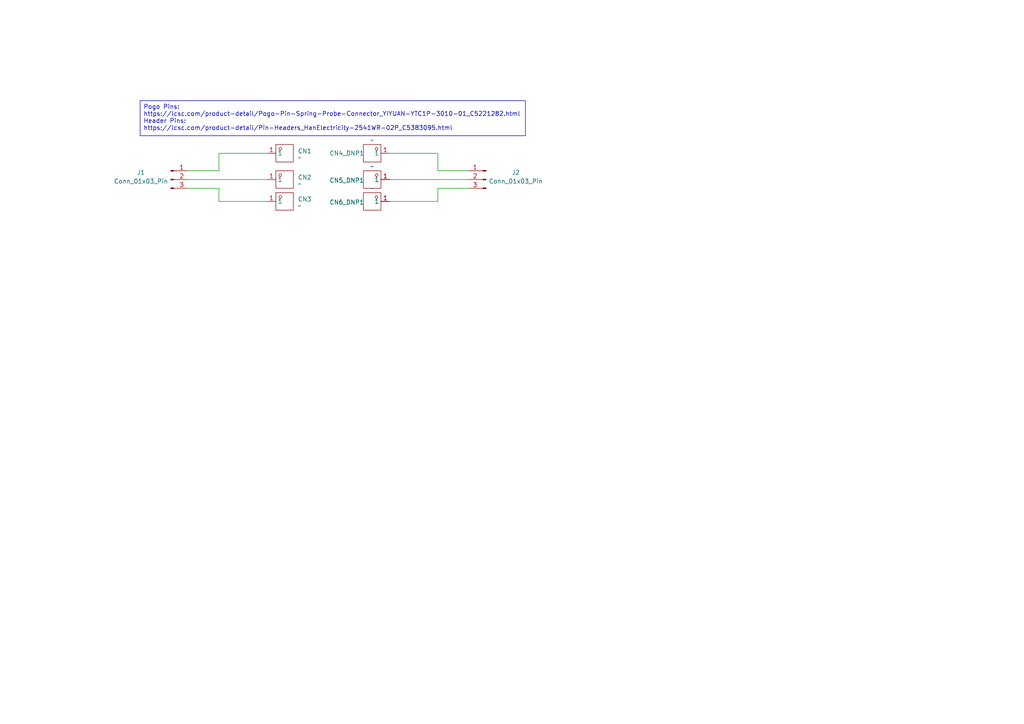
<source format=kicad_sch>
(kicad_sch (version 20231120) (generator "eeschema") (generator_version "8.0")
  (paper "A4")
  (lib_symbols
    (symbol "Connector:Conn_01x03_Pin" (pin_names (offset 1.016) hide)
      (property "Reference" "J" (at 0 5.08 0))
      (property "Value" "Conn_01x03_Pin" (at 0 -5.08 0))
      (symbol "Conn_01x03_Pin_1_1"
        (polyline (pts (xy 1.27 -2.54) (xy 0.8636 -2.54)) (stroke (width 0.1524)))
        (polyline (pts (xy 1.27 0) (xy 0.8636 0)) (stroke (width 0.1524)))
        (polyline (pts (xy 1.27 2.54) (xy 0.8636 2.54)) (stroke (width 0.1524)))
        (rectangle (start 0.8636 -2.413) (end 0 -2.667) (stroke (width 0.1524)) (fill (type outline)))
        (rectangle (start 0.8636 0.127) (end 0 -0.127) (stroke (width 0.1524)) (fill (type outline)))
        (rectangle (start 0.8636 2.667) (end 0 2.413) (stroke (width 0.1524)) (fill (type outline)))
        (pin passive line (at 5.08 2.54 180) (length 3.81) (name "Pin_1") (number "1"))
        (pin passive line (at 5.08 0 180) (length 3.81) (name "Pin_2") (number "2"))
        (pin passive line (at 5.08 -2.54 180) (length 3.81) (name "Pin_3") (number "3"))
      )
    )
    (symbol "PogoPin_YIYUAN YTC1P-3010-01:YTC1P-3010-01"
      (property "Reference" "CN" (at 0 0 0))
      (symbol "YTC1P-3010-01_1_0"
        (rectangle (start -1.27 -2.54) (end 3.81 2.54))
        (circle (center 0 1.27) (radius 0.381))
        (pin unspecified line (at -3.81 0 0) (length 2.54) (name "1") (number "1"))
      )
    )
  )
  (wire (pts (xy 135.89 49.53) (xy 127 49.53)))
  (wire (pts (xy 63.5 58.42) (xy 77.47 58.42)))
  (wire (pts (xy 63.5 44.45) (xy 77.47 44.45)))
  (wire (pts (xy 135.89 52.07) (xy 113.03 52.07)))
  (wire (pts (xy 54.61 49.53) (xy 63.5 49.53)))
  (wire (pts (xy 127 49.53) (xy 127 44.45)))
  (wire (pts (xy 54.61 52.07) (xy 77.47 52.07)))
  (wire (pts (xy 127 44.45) (xy 113.03 44.45)))
  (wire (pts (xy 63.5 49.53) (xy 63.5 44.45)))
  (wire (pts (xy 127 58.42) (xy 113.03 58.42)))
  (wire (pts (xy 54.61 54.61) (xy 63.5 54.61)))
  (wire (pts (xy 135.89 54.61) (xy 127 54.61)))
  (wire (pts (xy 127 54.61) (xy 127 58.42)))
  (wire (pts (xy 63.5 54.61) (xy 63.5 58.42)))
  (text_box "Pogo Pins:\nhttps://lcsc.com/product-detail/Pogo-Pin-Spring-Probe-Connector_YIYUAN-YTC1P-3010-01_C5221282.html\nHeader Pins:\nhttps://lcsc.com/product-detail/Pin-Headers_HanElectricity-2541WR-02P_C5383095.html\n" (at 40.64 29.21 0) (size 111.76 10.16) (effects (font (size 1.27 1.27)) (justify left top)))
  (symbol (lib_id "Connector:Conn_01x03_Pin") (at 49.53 52.07 0) (unit 1)
    (property "Reference" "J1" (at 40.894 50.038 0))
    (property "Value" "Conn_01x03_Pin" (at 40.894 52.578 0))
    (property "Footprint" "Connector_Molex:Molex_SPOX_5267-03A_1x03_P2.50mm_Vertical" (effects (hide yes)))
    (property "Description" "Generic connector, single row, 01x03, script generated" (effects (hide yes)))
  )
  (symbol (lib_id "PogoPin_YIYUAN YTC1P-3010-01:YTC1P-3010-01") (at 81.28 44.45 0) (unit 1)
    (property "Reference" "CN1" (at 86.36 43.8149 0) (effects (justify left)))
    (property "Value" "~" (at 86.36 45.72 0) (effects (justify left)))
    (property "Footprint" "PogoPin_YIYUAN YTC1P-3010-01:TESTPOINT-SMD_BD2.0_C9900030651" (effects (hide yes)))
    (property "Datasheet" "https://atta.szlcsc.com/upload/public/pdf/source/20221031/BD070516233C1C93A35D01CFB419D0D5.pdf" (effects (hide yes)))
    (property "Description" "Type:Spring loaded pin (POGO PIN) Number of Pins:Single PIN Bit Overall Length/Height:4mm Rated Current:2.5A Rated Voltage:12V Contact Material:Brass Contact Plating:Gold" (effects (hide yes)))
    (property "Manufacturer Part" "YTC1P-3010-01" (effects (hide yes)))
    (property "Manufacturer" "YIYUAN(怡远)" (effects (hide yes)))
    (property "Supplier Part" "C5221282" (effects (hide yes)))
    (property "Supplier" "LCSC" (effects (hide yes)))
    (property "LCSC Part Name" "POGO PIN弹簧顶针 贴片连接器" (effects (hide yes)))
  )
  (symbol (lib_id "Connector:Conn_01x03_Pin") (at 140.97 52.07 0) (mirror y) (unit 1)
    (property "Reference" "J2" (at 149.606 50.038 0))
    (property "Value" "Conn_01x03_Pin" (at 149.606 52.578 0))
    (property "Footprint" "Connector_Molex:Molex_SPOX_5267-03A_1x03_P2.50mm_Vertical" (effects (hide yes)))
    (property "Description" "Generic connector, single row, 01x03, script generated" (effects (hide yes)))
  )
  (symbol (lib_id "PogoPin_YIYUAN YTC1P-3010-01:YTC1P-3010-01") (at 81.28 52.07 0) (unit 1)
    (property "Reference" "CN2" (at 86.36 51.4349 0) (effects (justify left)))
    (property "Value" "~" (at 86.36 53.34 0) (effects (justify left)))
    (property "Footprint" "PogoPin_YIYUAN YTC1P-3010-01:TESTPOINT-SMD_BD2.0_C9900030651" (effects (hide yes)))
    (property "Datasheet" "https://atta.szlcsc.com/upload/public/pdf/source/20221031/BD070516233C1C93A35D01CFB419D0D5.pdf" (effects (hide yes)))
    (property "Description" "Type:Spring loaded pin (POGO PIN) Number of Pins:Single PIN Bit Overall Length/Height:4mm Rated Current:2.5A Rated Voltage:12V Contact Material:Brass Contact Plating:Gold" (effects (hide yes)))
    (property "Manufacturer Part" "YTC1P-3010-01" (effects (hide yes)))
    (property "Manufacturer" "YIYUAN(怡远)" (effects (hide yes)))
    (property "Supplier Part" "C5221282" (effects (hide yes)))
    (property "Supplier" "LCSC" (effects (hide yes)))
    (property "LCSC Part Name" "POGO PIN弹簧顶针 贴片连接器" (effects (hide yes)))
  )
  (symbol (lib_id "PogoPin_YIYUAN YTC1P-3010-01:YTC1P-3010-01") (at 109.22 52.07 0) (mirror y) (unit 1)
    (property "Reference" "CN5_DNP1" (at 100.584 52.324 0))
    (property "Value" "~" (at 107.95 48.26 0))
    (property "Footprint" "PogoPin_YIYUAN YTC1P-3010-01:TESTPOINT-SMD_BD2.0_C9900030651" (effects (hide yes)))
    (property "Datasheet" "https://atta.szlcsc.com/upload/public/pdf/source/20221031/BD070516233C1C93A35D01CFB419D0D5.pdf" (effects (hide yes)))
    (property "Description" "Type:Spring loaded pin (POGO PIN) Number of Pins:Single PIN Bit Overall Length/Height:4mm Rated Current:2.5A Rated Voltage:12V Contact Material:Brass Contact Plating:Gold" (effects (hide yes)))
    (property "Manufacturer Part" "YTC1P-3010-01" (effects (hide yes)))
    (property "Manufacturer" "YIYUAN(怡远)" (effects (hide yes)))
    (property "Supplier Part" "C5221282" (effects (hide yes)))
    (property "Supplier" "LCSC" (effects (hide yes)))
    (property "LCSC Part Name" "POGO PIN弹簧顶针 贴片连接器" (effects (hide yes)))
  )
  (symbol (lib_id "PogoPin_YIYUAN YTC1P-3010-01:YTC1P-3010-01") (at 81.28 58.42 0) (unit 1)
    (property "Reference" "CN3" (at 86.36 57.7849 0) (effects (justify left)))
    (property "Value" "~" (at 86.36 59.69 0) (effects (justify left)))
    (property "Footprint" "PogoPin_YIYUAN YTC1P-3010-01:TESTPOINT-SMD_BD2.0_C9900030651" (effects (hide yes)))
    (property "Datasheet" "https://atta.szlcsc.com/upload/public/pdf/source/20221031/BD070516233C1C93A35D01CFB419D0D5.pdf" (effects (hide yes)))
    (property "Description" "Type:Spring loaded pin (POGO PIN) Number of Pins:Single PIN Bit Overall Length/Height:4mm Rated Current:2.5A Rated Voltage:12V Contact Material:Brass Contact Plating:Gold" (effects (hide yes)))
    (property "Manufacturer Part" "YTC1P-3010-01" (effects (hide yes)))
    (property "Manufacturer" "YIYUAN(怡远)" (effects (hide yes)))
    (property "Supplier Part" "C5221282" (effects (hide yes)))
    (property "Supplier" "LCSC" (effects (hide yes)))
    (property "LCSC Part Name" "POGO PIN弹簧顶针 贴片连接器" (effects (hide yes)))
  )
  (symbol (lib_id "PogoPin_YIYUAN YTC1P-3010-01:YTC1P-3010-01") (at 109.22 58.42 0) (mirror y) (unit 1)
    (property "Reference" "CN6_DNP1" (at 100.584 58.674 0))
    (property "Value" "~" (at 107.95 54.61 0))
    (property "Footprint" "PogoPin_YIYUAN YTC1P-3010-01:TESTPOINT-SMD_BD2.0_C9900030651" (effects (hide yes)))
    (property "Datasheet" "https://atta.szlcsc.com/upload/public/pdf/source/20221031/BD070516233C1C93A35D01CFB419D0D5.pdf" (effects (hide yes)))
    (property "Description" "Type:Spring loaded pin (POGO PIN) Number of Pins:Single PIN Bit Overall Length/Height:4mm Rated Current:2.5A Rated Voltage:12V Contact Material:Brass Contact Plating:Gold" (effects (hide yes)))
    (property "Manufacturer Part" "YTC1P-3010-01" (effects (hide yes)))
    (property "Manufacturer" "YIYUAN(怡远)" (effects (hide yes)))
    (property "Supplier Part" "C5221282" (effects (hide yes)))
    (property "Supplier" "LCSC" (effects (hide yes)))
    (property "LCSC Part Name" "POGO PIN弹簧顶针 贴片连接器" (effects (hide yes)))
  )
  (symbol (lib_id "PogoPin_YIYUAN YTC1P-3010-01:YTC1P-3010-01") (at 109.22 44.45 0) (mirror y) (unit 1)
    (property "Reference" "CN4_DNP1" (at 100.584 44.45 0))
    (property "Value" "~" (at 107.95 40.64 0))
    (property "Footprint" "PogoPin_YIYUAN YTC1P-3010-01:TESTPOINT-SMD_BD2.0_C9900030651" (effects (hide yes)))
    (property "Datasheet" "https://atta.szlcsc.com/upload/public/pdf/source/20221031/BD070516233C1C93A35D01CFB419D0D5.pdf" (effects (hide yes)))
    (property "Description" "Type:Spring loaded pin (POGO PIN) Number of Pins:Single PIN Bit Overall Length/Height:4mm Rated Current:2.5A Rated Voltage:12V Contact Material:Brass Contact Plating:Gold" (effects (hide yes)))
    (property "Manufacturer Part" "YTC1P-3010-01" (effects (hide yes)))
    (property "Manufacturer" "YIYUAN(怡远)" (effects (hide yes)))
    (property "Supplier Part" "C5221282" (effects (hide yes)))
    (property "Supplier" "LCSC" (effects (hide yes)))
    (property "LCSC Part Name" "POGO PIN弹簧顶针 贴片连接器" (effects (hide yes)))
  )
)
</source>
